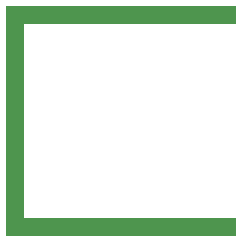
<source format=gbp>
G75*
G70*
%OFA0B0*%
%FSLAX24Y24*%
%IPPOS*%
%LPD*%
%AMOC8*
5,1,8,0,0,1.08239X$1,22.5*
%
%ADD10R,0.7677X0.0591*%
%ADD11R,0.0591X0.7087*%
%ADD12R,0.7087X0.0591*%
D10*
X039847Y023312D03*
D11*
X036304Y019474D03*
D12*
X040142Y016226D03*
M02*

</source>
